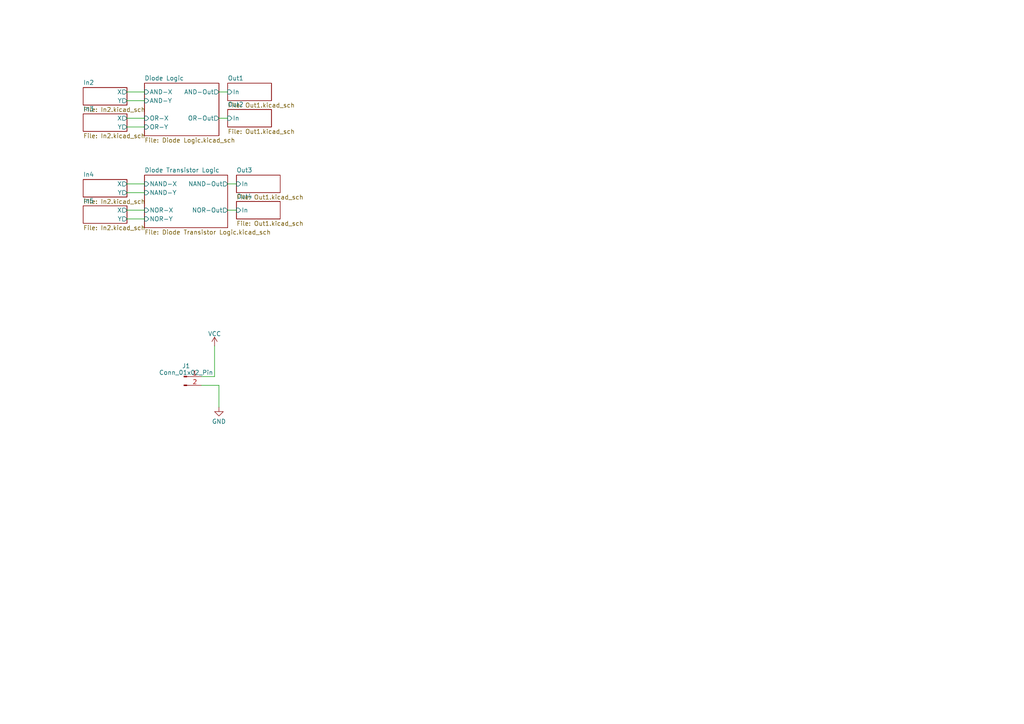
<source format=kicad_sch>
(kicad_sch (version 20230121) (generator eeschema)
  (paper "A4")
  (title_block (date "2023-03-09") (rev "1") (company "Out-of-Band Development") (comment 1 "Matthew Whited"))
  (lib_symbols
    (symbol "Connector:Conn_01x02_Pin" (pin_names (offset 1.016) hide)
      (property "Reference" "J" (at 0 2.54 0))
      (property "Value" "Conn_01x02_Pin" (at 0 -5.08 0))
      (symbol "Conn_01x02_Pin_1_1"
        (polyline (pts (xy 1.27 -2.54) (xy 0.8636 -2.54)) (stroke (width 0.1524)))
        (polyline (pts (xy 1.27 0) (xy 0.8636 0)) (stroke (width 0.1524)))
        (rectangle (start 0.8636 -2.413) (end 0 -2.667) (stroke (width 0.1524)) (fill (type outline)))
        (rectangle (start 0.8636 0.127) (end 0 -0.127) (stroke (width 0.1524)) (fill (type outline)))
        (pin passive line (at 5.08 0 180) (length 3.81) (name "Pin_1") (number "1"))
        (pin passive line (at 5.08 -2.54 180) (length 3.81) (name "Pin_2") (number "2"))
      )
    )
    (symbol "power:GND" (power) (pin_names (offset 0))
      (property "Value" "GND" (at 0 -3.81 0))
      (symbol "GND_0_1"
        (polyline (pts (xy 0 0) (xy 0 -1.27) (xy 1.27 -1.27) (xy 0 -2.54) (xy -1.27 -1.27) (xy 0 -1.27)))
      )
      (symbol "GND_1_1"
        (pin power_in line (at 0 0 270) (length 0) hide (name "GND") (number "1"))
      )
    )
    (symbol "power:VCC" (power) (pin_names (offset 0))
      (property "Value" "VCC" (at 0 3.81 0))
      (symbol "VCC_0_1"
        (polyline (pts (xy -0.762 1.27) (xy 0 2.54)))
        (polyline (pts (xy 0 0) (xy 0 2.54)))
        (polyline (pts (xy 0 2.54) (xy 0.762 1.27)))
      )
      (symbol "VCC_1_1"
        (pin power_in line (at 0 0 90) (length 0) hide (name "VCC") (number "1"))
      )
    )
  )
  (wire (pts (xy 63.5 34.29) (xy 66.04 34.29)))
  (wire (pts (xy 36.83 34.29) (xy 41.91 34.29)))
  (wire (pts (xy 63.5 111.76) (xy 63.5 118.11)))
  (wire (pts (xy 36.83 63.5) (xy 41.91 63.5)))
  (wire (pts (xy 62.23 109.22) (xy 62.23 100.33)))
  (wire (pts (xy 36.83 26.67) (xy 41.91 26.67)))
  (wire (pts (xy 36.83 55.88) (xy 41.91 55.88)))
  (wire (pts (xy 36.83 29.21) (xy 41.91 29.21)))
  (wire (pts (xy 58.42 111.76) (xy 63.5 111.76)))
  (wire (pts (xy 36.83 60.96) (xy 41.91 60.96)))
  (wire (pts (xy 63.5 26.67) (xy 66.04 26.67)))
  (wire (pts (xy 58.42 109.22) (xy 62.23 109.22)))
  (wire (pts (xy 66.04 60.96) (xy 68.58 60.96)))
  (wire (pts (xy 36.83 36.83) (xy 41.91 36.83)))
  (wire (pts (xy 36.83 53.34) (xy 41.91 53.34)))
  (wire (pts (xy 66.04 53.34) (xy 68.58 53.34)))
  (symbol (lib_id "power:VCC") (at 62.23 100.33 0) (unit 1)
    (property "Reference" "#PWR029" (effects hide))
    (property "Value" "VCC" (at 62.23 96.8281 0))
  )
  (symbol (lib_id "Connector:Conn_01x02_Pin") (at 53.34 109.22 0) (unit 1)
    (property "Reference" "J1" (at 53.975 106.1339 0))
    (property "Value" "Conn_01x02_Pin" (at 53.975 108.0549 0))
    (property "Footprint" "Connector_PinHeader_2.54mm:PinHeader_1x02_P2.54mm_Vertical" (effects hide))
  )
  (symbol (lib_id "power:GND") (at 63.5 118.11 0) (unit 1)
    (property "Reference" "#PWR028" (effects hide))
    (property "Value" "GND" (at 63.5 122.2455 0))
  )
  (sheet (at 24.13 33.02) (size 12.7 5.08) (stroke (width 0.1524))
    (property "Sheetname" "In3" (at 24.13 32.3084 0) (effects (justify left bottom)))
    (property "Sheetfile" "In2.kicad_sch" (at 24.13 38.6846 0) (effects (justify left top)))
    (pin "X" output (at 36.83 34.29 0))
    (pin "Y" output (at 36.83 36.83 0))
  )
  (sheet (at 66.04 24.13) (size 12.7 5.08) (stroke (width 0.1524))
    (property "Sheetname" "Out1" (at 66.04 23.4184 0) (effects (justify left bottom)))
    (property "Sheetfile" "Out1.kicad_sch" (at 66.04 29.7946 0) (effects (justify left top)))
    (pin "In" input (at 66.04 26.67 180))
  )
  (sheet (at 24.13 52.07) (size 12.7 5.08) (stroke (width 0.1524))
    (property "Sheetname" "In4" (at 24.13 51.3584 0) (effects (justify left bottom)))
    (property "Sheetfile" "In2.kicad_sch" (at 24.13 57.7346 0) (effects (justify left top)))
    (pin "X" output (at 36.83 53.34 0))
    (pin "Y" output (at 36.83 55.88 0))
  )
  (sheet (at 24.13 59.69) (size 12.7 5.08) (stroke (width 0.1524))
    (property "Sheetname" "In5" (at 24.13 58.9784 0) (effects (justify left bottom)))
    (property "Sheetfile" "In2.kicad_sch" (at 24.13 65.3546 0) (effects (justify left top)))
    (pin "X" output (at 36.83 60.96 0))
    (pin "Y" output (at 36.83 63.5 0))
  )
  (sheet (at 24.13 25.4) (size 12.7 5.08) (stroke (width 0.1524))
    (property "Sheetname" "In2" (at 24.13 24.6884 0) (effects (justify left bottom)))
    (property "Sheetfile" "In2.kicad_sch" (at 24.13 31.0646 0) (effects (justify left top)))
    (pin "X" output (at 36.83 26.67 0))
    (pin "Y" output (at 36.83 29.21 0))
  )
  (sheet (at 41.91 24.13) (size 21.59 15.24) (stroke (width 0.1524))
    (property "Sheetname" "Diode Logic" (at 41.91 23.4184 0) (effects (justify left bottom)))
    (property "Sheetfile" "Diode Logic.kicad_sch" (at 41.91 39.9546 0) (effects (justify left top)))
    (pin "AND-Y" input (at 41.91 29.21 180))
    (pin "OR-X" input (at 41.91 34.29 180))
    (pin "OR-Y" input (at 41.91 36.83 180))
    (pin "OR-Out" output (at 63.5 34.29 0))
    (pin "AND-X" input (at 41.91 26.67 180))
    (pin "AND-Out" output (at 63.5 26.67 0))
  )
  (sheet (at 41.91 50.8) (size 24.13 15.24) (stroke (width 0.1524))
    (property "Sheetname" "Diode Transistor Logic" (at 41.91 50.0884 0) (effects (justify left bottom)))
    (property "Sheetfile" "Diode Transistor Logic.kicad_sch" (at 41.91 66.6246 0) (effects (justify left top)))
    (pin "NOR-X" input (at 41.91 60.96 180))
    (pin "NOR-Y" input (at 41.91 63.5 180))
    (pin "NOR-Out" output (at 66.04 60.96 0))
    (pin "NAND-Out" output (at 66.04 53.34 0))
    (pin "NAND-Y" input (at 41.91 55.88 180))
    (pin "NAND-X" input (at 41.91 53.34 180))
  )
  (sheet (at 68.58 50.8) (size 12.7 5.08) (stroke (width 0.1524))
    (property "Sheetname" "Out3" (at 68.58 50.0884 0) (effects (justify left bottom)))
    (property "Sheetfile" "Out1.kicad_sch" (at 68.58 56.4646 0) (effects (justify left top)))
    (pin "In" input (at 68.58 53.34 180))
  )
  (sheet (at 66.04 31.75) (size 12.7 5.08) (stroke (width 0.1524))
    (property "Sheetname" "Out2" (at 66.04 31.0384 0) (effects (justify left bottom)))
    (property "Sheetfile" "Out1.kicad_sch" (at 66.04 37.4146 0) (effects (justify left top)))
    (pin "In" input (at 66.04 34.29 180))
  )
  (sheet (at 68.58 58.42) (size 12.7 5.08) (stroke (width 0.1524))
    (property "Sheetname" "Out4" (at 68.58 57.7084 0) (effects (justify left bottom)))
    (property "Sheetfile" "Out1.kicad_sch" (at 68.58 64.0846 0) (effects (justify left top)))
    (pin "In" input (at 68.58 60.96 180))
  )
)
</source>
